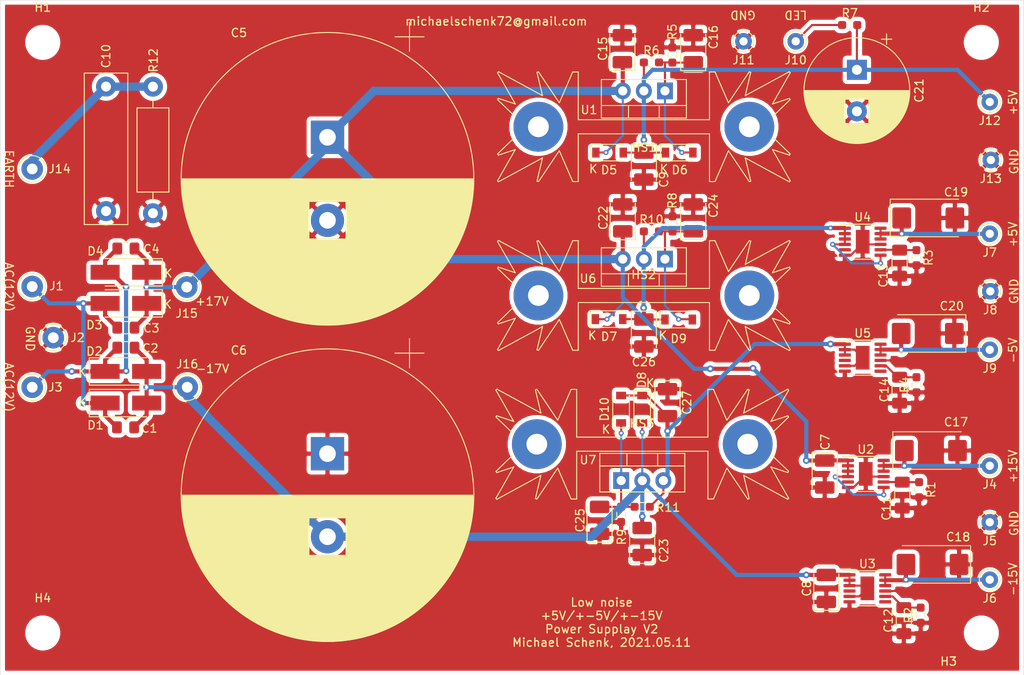
<source format=kicad_pcb>
(kicad_pcb (version 20211014) (generator pcbnew)
  (layers (0 "F.Cu" signal) (31 "B.Cu" signal) (34 "B.Paste" user) (35 "F.Paste" user) (36 "B.SilkS" user "B.Silkscreen") (37 "F.SilkS" user "F.Silkscreen") (38 "B.Mask" user) (39 "F.Mask" user) (44 "Edge.Cuts" user))
  (net 0 "")
  (net 1 "+17V")
  (net 2 "Net-(C1-Pad1)")
  (net 3 "Net-(C2-Pad2)")
  (net 4 "GND")
  (net 5 "-17V")
  (net 6 "Net-(C11-Pad1)")
  (net 7 "Net-(C12-Pad2)")
  (net 8 "Net-(C13-Pad1)")
  (net 9 "Net-(C14-Pad2)")
  (net 10 "Net-(C16-Pad1)")
  (net 11 "Net-(C17-Pad1)")
  (net 12 "Net-(C18-Pad2)")
  (net 13 "Net-(C19-Pad1)")
  (net 14 "Net-(C20-Pad2)")
  (net 15 "Net-(C21-Pad1)")
  (net 16 "Net-(C24-Pad1)")
  (net 17 "Net-(C25-Pad2)")
  (net 18 "Net-(C26-Pad1)")
  (net 19 "Net-(C27-Pad2)")
  (net 20 "Net-(J10-Pad1)")
  (net 21 "Net-(C10-Pad2)")
  (footprint "Capacitor_SMD:C_0805_2012Metric_Pad1.18x1.45mm_HandSolder" (layer "F.Cu") (at 109.0295 100.965)
    (fp_text reference "C1")
    (fp_text value "10nF")
  )
  (footprint "Capacitor_SMD:C_0805_2012Metric_Pad1.18x1.45mm_HandSolder" (layer "F.Cu") (at 109.0715 91.3765 180)
    (fp_text reference "C2")
    (fp_text value "10nF")
  )
  (footprint "Capacitor_SMD:C_0805_2012Metric_Pad1.18x1.45mm_HandSolder" (layer "F.Cu") (at 109.0715 88.9635)
    (fp_text reference "C3")
    (fp_text value "10nF")
  )
  (footprint "Capacitor_SMD:C_0805_2012Metric_Pad1.18x1.45mm_HandSolder" (layer "F.Cu") (at 109.0715 79.4385 180)
    (fp_text reference "C4")
    (fp_text value "10nF")
  )
  (footprint "Capacitor_THT:CP_Radial_D35.0mm_P10.00mm_SnapIn" (layer "F.Cu") (at 133.35 66.04 -90)
    (fp_text reference "C5")
    (fp_text value "22000uF/25VDC")
  )
  (footprint "Capacitor_THT:CP_Radial_D35.0mm_P10.00mm_SnapIn" (layer "F.Cu") (at 133.35 104.14 -90)
    (fp_text reference "C6")
    (fp_text value "22000uF/25VDC")
  )
  (footprint "Capacitor_Tantalum_SMD:CP_EIA-3528-21_Kemet-B_Pad1.50x2.35mm_HandSolder" (layer "F.Cu") (at 193.2305 106.5905 -90)
    (fp_text reference "C7")
    (fp_text value "10uF/25V")
  )
  (footprint "Capacitor_Tantalum_SMD:CP_EIA-3528-21_Kemet-B_Pad1.50x2.35mm_HandSolder" (layer "F.Cu") (at 193.421 120.37 90)
    (fp_text reference "C8")
    (fp_text value "10uF/25V")
  )
  (footprint "Capacitor_Tantalum_SMD:CP_EIA-3528-21_Kemet-B_Pad1.50x2.35mm_HandSolder" (layer "F.Cu") (at 168.8592 55.3726 90)
    (fp_text reference "C15")
    (fp_text value "10uF/25V")
  )
  (footprint "Capacitor_Tantalum_SMD:CP_EIA-3528-21_Kemet-B_Pad1.50x2.35mm_HandSolder" (layer "F.Cu") (at 177.3936 55.3726 90)
    (fp_text reference "C16")
    (fp_text value "10uF/25V")
  )
  (footprint "Capacitor_Tantalum_SMD:CP_EIA-7343-31_Kemet-D_Pad2.25x2.55mm_HandSolder" (layer "F.Cu") (at 206.019 103.759)
    (fp_text reference "C17")
    (fp_text value "47uF")
  )
  (footprint "Capacitor_Tantalum_SMD:CP_EIA-7343-31_Kemet-D_Pad2.25x2.55mm_HandSolder" (layer "F.Cu") (at 206.2095 117.475 180)
    (fp_text reference "C18")
    (fp_text value "47uF")
  )
  (footprint "Capacitor_Tantalum_SMD:CP_EIA-7343-31_Kemet-D_Pad2.25x2.55mm_HandSolder" (layer "F.Cu") (at 205.7015 75.7555)
    (fp_text reference "C19")
    (fp_text value "47uF")
  )
  (footprint "Capacitor_Tantalum_SMD:CP_EIA-7343-31_Kemet-D_Pad2.25x2.55mm_HandSolder" (layer "F.Cu") (at 205.638 89.662 180)
    (fp_text reference "C20")
    (fp_text value "47uF")
  )
  (footprint "Capacitor_THT:CP_Radial_D12.5mm_P5.00mm" (layer "F.Cu") (at 197.104 57.912 -90)
    (fp_text reference "C21")
    (fp_text value "1000uF/35V")
  )
  (footprint "Capacitor_Tantalum_SMD:CP_EIA-3528-21_Kemet-B_Pad1.50x2.35mm_HandSolder" (layer "F.Cu") (at 168.91 75.7434 90)
    (fp_text reference "C22")
    (fp_text value "10uF/25V")
  )
  (footprint "Capacitor_Tantalum_SMD:CP_EIA-3528-21_Kemet-B_Pad1.50x2.35mm_HandSolder" (layer "F.Cu") (at 177.3936 75.7434 90)
    (fp_text reference "C24")
    (fp_text value "10uF/25V")
  )
  (footprint "Capacitor_Tantalum_SMD:CP_EIA-3528-21_Kemet-B_Pad1.50x2.35mm_HandSolder" (layer "F.Cu") (at 171.45 89.6106 -90)
    (fp_text reference "C26")
    (fp_text value "10uF/25V")
  )
  (footprint "Diode_SMD:D_SMA_Handsoldering" (layer "F.Cu") (at 109.0695 98.044)
    (fp_text reference "D1")
    (fp_text value "BYG20D")
  )
  (footprint "Diode_SMD:D_SMA_Handsoldering" (layer "F.Cu") (at 109.0695 94.234)
    (fp_text reference "D2")
    (fp_text value "BYG20D")
  )
  (footprint "Diode_SMD:D_SMA_Handsoldering" (layer "F.Cu") (at 109.0695 86.0425 180)
    (fp_text reference "D3")
    (fp_text value "BYG20D")
  )
  (footprint "Diode_SMD:D_SMA_Handsoldering" (layer "F.Cu") (at 109.0695 82.296 180)
    (fp_text reference "D4")
    (fp_text value "BYG20D")
  )
  (footprint "Diode_SMD:D_SOD-123" (layer "F.Cu") (at 167.3235 67.8815)
    (fp_text reference "D5")
    (fp_text value "1N4148W")
  )
  (footprint "Diode_SMD:D_SOD-123" (layer "F.Cu") (at 175.7035 67.8815)
    (fp_text reference "D6")
    (fp_text value "1N4148W")
  )
  (footprint "Diode_SMD:D_SOD-123" (layer "F.Cu") (at 167.26 87.9348)
    (fp_text reference "D7")
    (fp_text value "1N4148W")
  )
  (footprint "Diode_SMD:D_SOD-123" (layer "F.Cu") (at 175.64 87.9856)
    (fp_text reference "D9")
    (fp_text value "1N4148W")
  )
  (footprint "MountingHole:MountingHole_3.2mm_M3" (layer "F.Cu") (at 99.06 54.61)
    (fp_text reference "H1")
    (fp_text value "MountingHole")
  )
  (footprint "MountingHole:MountingHole_3.2mm_M3" (layer "F.Cu") (at 212.09 54.61)
    (fp_text reference "H2")
    (fp_text value "MountingHole")
  )
  (footprint "MountingHole:MountingHole_3.2mm_M3" (layer "F.Cu") (at 212.09 125.73)
    (fp_text reference "H3")
    (fp_text value "MountingHole")
  )
  (footprint "MountingHole:MountingHole_3.2mm_M3" (layer "F.Cu") (at 99.06 125.73)
    (fp_text reference "H4")
    (fp_text value "MountingHole")
  )
  (footprint "Heatsink:Heatsink_Fischer_SK104-STC-STIC_35x13mm_2xDrill2.5mm" (layer "F.Cu") (at 171.45 64.77 180)
    (fp_text reference "HS1")
    (fp_text value "Heatsink")
  )
  (footprint "Heatsink:Heatsink_Fischer_SK104-STC-STIC_35x13mm_2xDrill2.5mm" (layer "F.Cu") (at 171.45 85.09)
    (fp_text reference "HS2")
    (fp_text value "Heatsink")
  )
  (footprint "Connector_Pin:Pin_D1.3mm_L11.0mm" (layer "F.Cu") (at 97.79 84.0105)
    (fp_text reference "J1")
    (fp_text value "AC")
  )
  (footprint "Connector_Pin:Pin_D1.3mm_L11.0mm" (layer "F.Cu") (at 97.79 96.139)
    (fp_text reference "J3")
    (fp_text value "AC")
  )
  (footprint "Connector_Pin:Pin_D1.0mm_L10.0mm" (layer "F.Cu") (at 213.106 105.6005)
    (fp_text reference "J4")
    (fp_text value "+15V")
  )
  (footprint "Connector_Pin:Pin_D1.0mm_L10.0mm" (layer "F.Cu") (at 213.106 112.395)
    (fp_text reference "J5")
    (fp_text value "GND")
  )
  (footprint "Connector_Pin:Pin_D1.0mm_L10.0mm" (layer "F.Cu") (at 213.106 119.3165)
    (fp_text reference "J6")
    (fp_text value "-15V")
  )
  (footprint "Connector_Pin:Pin_D1.0mm_L10.0mm" (layer "F.Cu") (at 213.106 77.6605)
    (fp_text reference "J7")
    (fp_text value "+5V")
  )
  (footprint "Connector_Pin:Pin_D1.0mm_L10.0mm" (layer "F.Cu") (at 213.1695 84.582)
    (fp_text reference "J8")
    (fp_text value "GND")
  )
  (footprint "Connector_Pin:Pin_D1.0mm_L10.0mm" (layer "F.Cu") (at 213.106 91.6305)
    (fp_text reference "J9")
    (fp_text value "-5V")
  )
  (footprint "Connector_Pin:Pin_D1.0mm_L10.0mm" (layer "F.Cu") (at 189.738 54.483)
    (fp_text reference "J10")
    (fp_text value "LED")
  )
  (footprint "Connector_Pin:Pin_D1.0mm_L10.0mm" (layer "F.Cu") (at 183.4515 54.483)
    (fp_text reference "J11")
    (fp_text value "GND")
  )
  (footprint "Connector_Pin:Pin_D1.0mm_L10.0mm" (layer "F.Cu") (at 213.106 61.7855)
    (fp_text reference "J12")
    (fp_text value "+5V")
  )
  (footprint "Connector_Pin:Pin_D1.0mm_L10.0mm" (layer "F.Cu") (at 213.233 68.7705)
    (fp_text reference "J13")
    (fp_text value "GND")
  )
  (footprint "Resistor_SMD:R_0603_1608Metric_Pad0.98x0.95mm_HandSolder" (layer "F.Cu") (at 204.597 108.4815 -90)
    (fp_text reference "R1")
    (fp_text value "150k")
  )
  (footprint "Resistor_SMD:R_0603_1608Metric_Pad0.98x0.95mm_HandSolder" (layer "F.Cu") (at 204.7875 123.5945 90)
    (fp_text reference "R2")
    (fp_text value "150k")
  )
  (footprint "Resistor_SMD:R_0603_1608Metric_Pad0.98x0.95mm_HandSolder" (layer "F.Cu") (at 204.2795 80.5415 -90)
    (fp_text reference "R3")
    (fp_text value "49.9k")
  )
  (footprint "Resistor_SMD:R_0603_1608Metric_Pad0.98x0.95mm_HandSolder" (layer "F.Cu") (at 204.2795 95.845 90)
    (fp_text reference "R4")
    (fp_text value "49.9k")
  )
  (footprint "Resistor_SMD:R_0603_1608Metric_Pad0.98x0.95mm_HandSolder" (layer "F.Cu") (at 174.879 56.134 90)
    (fp_text reference "R5")
    (fp_text value "750R")
  )
  (footprint "Resistor_SMD:R_0603_1608Metric_Pad0.98x0.95mm_HandSolder" (layer "F.Cu") (at 172.3625 57.023)
    (fp_text reference "R6")
    (fp_text value "249R")
  )
  (footprint "Resistor_SMD:R_0603_1608Metric_Pad0.98x0.95mm_HandSolder" (layer "F.Cu") (at 196.2385 52.5145)
    (fp_text reference "R7")
    (fp_text value "240R")
  )
  (footprint "Resistor_SMD:R_0603_1608Metric_Pad0.98x0.95mm_HandSolder" (layer "F.Cu") (at 174.9044 76.47 90)
    (fp_text reference "R8")
    (fp_text value "910R")
  )
  (footprint "Resistor_SMD:R_0603_1608Metric_Pad0.98x0.95mm_HandSolder" (layer "F.Cu") (at 172.3625 77.3684)
    (fp_text reference "R10")
    (fp_text value "240R")
  )
  (footprint "Package_TO_SOT_THT:TO-220-3_Vertical" (layer "F.Cu") (at 173.99 60.452 180)
    (fp_text reference "U1")
    (fp_text value "LM317_TO-220")
  )
  (footprint "Package_SO:MSOP-12-1EP_3x4mm_P0.65mm_EP1.65x2.85mm" (layer "F.Cu") (at 198.1745 106.5755)
    (fp_text reference "U2")
    (fp_text value "LT3045xMSE")
  )
  (footprint "Package_SO:MSOP-12-1EP_3x4mm_P0.65mm_EP1.65x2.85mm" (layer "F.Cu") (at 198.365 120.355)
    (fp_text reference "U3")
    (fp_text value "LT3094xMSE")
  )
  (footprint "Package_SO:MSOP-12-1EP_3x4mm_P0.65mm_EP1.65x2.85mm" (layer "F.Cu") (at 197.8025 78.613)
    (fp_text reference "U4")
    (fp_text value "LT3045xMSE")
  )
  (footprint "Package_SO:MSOP-12-1EP_3x4mm_P0.65mm_EP1.65x2.85mm" (layer "F.Cu") (at 197.8025 92.583)
    (fp_text reference "U5")
    (fp_text value "LT3094xMSE")
  )
  (footprint "Package_TO_SOT_THT:TO-220-3_Vertical" (layer "F.Cu") (at 173.99 80.7085 180)
    (fp_text reference "U6")
    (fp_text value "LM317_TO-220")
  )
  (footprint "Capacitor_Tantalum_SMD:CP_EIA-3528-21_Kemet-B_Pad1.50x2.35mm_HandSolder" (layer "F.Cu") (at 171.45 69.5065 -90)
    (fp_text reference "C9")
    (fp_text value "10uF/25V")
  )
  (footprint "Capacitor_THT:C_Rect_L18.0mm_W5.0mm_P15.00mm_FKS3_FKP3" (layer "F.Cu") (at 106.68 74.93 90)
    (fp_text reference "C10")
    (fp_text value "2.2nF/2kV")
  )
  (footprint "Connector_Pin:Pin_D1.3mm_L11.0mm" (layer "F.Cu") (at 97.79 69.85)
    (fp_text reference "J14")
    (fp_text value "EARTH")
  )
  (footprint "Resistor_THT:R_Axial_DIN0411_L9.9mm_D3.6mm_P15.24mm_Horizontal" (layer "F.Cu") (at 112.3315 75.184 90)
    (fp_text reference "R12")
    (fp_text value "100R/2W")
  )
  (footprint "Capacitor_SMD:C_1206_3216Metric_Pad1.33x1.80mm_HandSolder" (layer "F.Cu") (at 202.565 109.1315 -90)
    (fp_text reference "C11")
    (fp_text value "4.7uF/25V")
  )
  (footprint "Capacitor_SMD:C_1206_3216Metric_Pad1.33x1.80mm_HandSolder" (layer "F.Cu") (at 202.7555 124.2445 90)
    (fp_text reference "C12")
    (fp_text value "4.7uF/25V")
  )
  (footprint "Capacitor_SMD:C_1206_3216Metric_Pad1.33x1.80mm_HandSolder" (layer "F.Cu") (at 202.2475 81.1915 -90)
    (fp_text reference "C13")
    (fp_text value "4.7uF/25V")
  )
  (footprint "Capacitor_SMD:C_1206_3216Metric_Pad1.33x1.80mm_HandSolder" (layer "F.Cu") (at 202.2475 96.495 90)
    (fp_text reference "C14")
    (fp_text value "4.7uF/25V")
  )
  (footprint "Diode_SMD:D_SOD-123" (layer "F.Cu") (at 168.7068 98.7816 90)
    (fp_text reference "D10")
    (fp_text value "1N4148W")
  )
  (footprint "Resistor_SMD:R_0603_1608Metric_Pad0.98x0.95mm_HandSolder" (layer "F.Cu") (at 171.2487 110.5408)
    (fp_text reference "R11")
    (fp_text value "240R")
  )
  (footprint "Resistor_SMD:R_0603_1608Metric_Pad0.98x0.95mm_HandSolder" (layer "F.Cu") (at 168.7068 111.4533 90)
    (fp_text reference "R9")
    (fp_text value "910R")
  )
  (footprint "Diode_SMD:D_SOD-123" (layer "F.Cu") (at 171.2468 98.7816 -90)
    (fp_text reference "D8")
    (fp_text value "1N4148W")
  )
  (footprint "Package_TO_SOT_THT:TO-220-3_Vertical" (layer "F.Cu") (at 168.7195 107.3785)
    (fp_text reference "U7")
    (fp_text value "LM337_TO220")
  )
  (footprint "Heatsink:Heatsink_Fischer_SK104-STC-STIC_35x13mm_2xDrill2.5mm" (layer "F.Cu") (at 171.2595 102.997)
    (fp_text reference "HS3")
    (fp_text value "Heatsink")
  )
  (footprint "Capacitor_Tantalum_SMD:CP_EIA-3528-21_Kemet-B_Pad1.50x2.35mm_HandSolder" (layer "F.Cu") (at 171.2468 114.7185 90)
    (fp_text reference "C23")
    (fp_text value "10uF/25V")
  )
  (footprint "Capacitor_Tantalum_SMD:CP_EIA-3528-21_Kemet-B_Pad1.50x2.35mm_HandSolder" (layer "F.Cu") (at 166.116 112.1658 90)
    (fp_text reference "C25")
    (fp_text value "10uF/25V")
  )
  (footprint "Capacitor_Tantalum_SMD:CP_EIA-3528-21_Kemet-B_Pad1.50x2.35mm_HandSolder" (layer "F.Cu") (at 174.2948 97.9938 -90)
    (fp_text reference "C27")
    (fp_text value "10uF/25V")
  )
  (footprint "Connector_Pin:Pin_D1.3mm_L11.0mm" (layer "F.Cu") (at 116.3955 84.074)
    (fp_text reference "J15")
    (fp_text value "+17V")
  )
  (footprint "Connector_Pin:Pin_D1.3mm_L11.0mm" (layer "F.Cu") (at 116.459 96.139)
    (fp_text reference "J16")
    (fp_text value "-17V")
  )
  (footprint "Connector_Pin:Pin_D1.3mm_L11.0mm" (layer "F.Cu") (at 100.33 90.17)
    (fp_text reference "J2")
    (fp_text value "GND")
  )
  (gr_line (start 93.98 130.81) (end 93.98 49.53) (layer "Edge.Cuts") (width 0.05))
  (gr_line (start 217.17 49.53) (end 217.17 130.81) (layer "Edge.Cuts") (width 0.05))
  (gr_line (start 93.98 49.53) (end 217.17 49.53) (layer "Edge.Cuts") (width 0.05))
  (gr_line (start 217.17 130.81) (end 93.98 130.81) (layer "Edge.Cuts") (width 0.05))
  (gr_text "+17V" (at 119.4435 85.7885) (layer "F.SilkS") (effects (font (size 1 1))))
  (gr_text "-17V" (at 119.507 93.9165) (layer "F.SilkS") (effects (font (size 1 1))))
  (gr_text "K" (at 114.1095 86.1695) (layer "F.SilkS") (effects (font (size 1 1))))
  (gr_text "K" (at 103.8225 94.2975) (layer "F.SilkS") (effects (font (size 1 1))))
  (gr_text "K" (at 103.8225 97.9805) (layer "F.SilkS") (effects (font (size 1 1))))
  (gr_text "K" (at 166.878 101.219) (layer "F.SilkS") (effects (font (size 1 1))))
  (gr_text "AC(12V)" (at 94.996 84.074 270) (layer "F.SilkS") (effects (font (size 1 1))))
  (gr_text "AC(12V)" (at 94.996 96.139 270) (layer "F.SilkS") (effects (font (size 1 1))))
  (gr_text "GND" (at 97.536 90.297 -90) (layer "F.SilkS") (effects (font (size 1 1))))
  (gr_text "EARTH" (at 94.996 69.85 -90) (layer "F.SilkS") (effects (font (size 1 1))))
  (gr_text "GND" (at 183.388 51.308 180) (layer "F.SilkS") (effects (font (size 1 1))))
  (gr_text "LED" (at 189.738 51.308 180) (layer "F.SilkS") (effects (font (size 1 1))))
  (gr_text "+5V" (at 215.9 77.724 90) (layer "F.SilkS") (effects (font (size 1 1))))
  (gr_text "-5V" (at 215.9 91.694 90) (layer "F.SilkS") (effects (font (size 1 1))))
  (gr_text "GND" (at 216.027 68.961 90) (layer "F.SilkS") (effects (font (size 1 1))))
  (gr_text "GND" (at 216.027 84.582 90) (layer "F.SilkS") (effects (font (size 1 1))))
  (gr_text "GND" (at 216.027 112.522 90) (layer "F.SilkS") (effects (font (size 1 1))))
  (gr_text "-15V" (at 215.9 119.253 90) (layer "F.SilkS") (effects (font (size 1 1))))
  (gr_text "+15V" (at 215.9 105.664 90) (layer "F.SilkS") (effects (font (size 1 1))))
  (gr_text "K" (at 172.212 95.631) (layer "F.SilkS") (effects (font (size 1 1))))
  (gr_text "K" (at 165.227 89.916) (layer "F.SilkS") (effects (font (size 1 1))))
  (gr_text "K" (at 173.736 89.916) (layer "F.SilkS") (effects (font (size 1 1))))
  (gr_text "K" (at 165.354 69.85) (layer "F.SilkS") (effects (font (size 1 1))))
  (gr_text "K" (at 173.863 69.85) (layer "F.SilkS") (effects (font (size 1 1))))
  (gr_text "michaelschenk72@gmail.com" (at 153.67 52.07) (layer "F.SilkS") (effects (font (size 1 1))))
  (gr_text "K" (at 114.173 82.423) (layer "F.SilkS") (effects (font (size 1 1))))
  (gr_text "Low noise\n+5V/+-5V/+-15V\nPower Supplay V2\nMichael Schenk, 2021.05.11" (at 166.37 124.46) (layer "F.SilkS") (effects (font (size 1 1))))
  (gr_text "+5V" (at 215.9 61.849 90) (layer "F.SilkS") (effects (font (size 1 1))))
  (segment (start 111.5695 84.074) (end 111.5695 82.296) (width 0.5) (layer "F.Cu") (net 1))
  (segment (start 196.0245 106.9005) (end 196.0245 106.2505) (width 0.25) (layer "F.Cu") (net 1))
  (segment (start 168.91 60.452) (end 168.91 57.0484) (width 0.5) (layer "F.Cu") (net 1))
  (segment (start 184.531 93.9165) (end 184.5945 93.853) (width 0.5) (layer "F.Cu") (net 1))
  (segment (start 196.0245 106.2505) (end 196.0245 105.6005) (width 0.25) (layer "F.Cu") (net 1))
  (segment (start 194.534 106.9005) (end 194.5005 106.934) (width 0.25) (layer "F.Cu") (net 1))
  (segment (start 193.2305 104.9655) (end 191.008 104.9655) (width 0.5) (layer "F.Cu") (net 1))
  (segment (start 196.0245 106.9005) (end 194.534 106.9005) (width 0.25) (layer "F.Cu") (net 1))
  (segment (start 165.6862 67.8688) (end 165.6735 67.8815) (width 0.25) (layer "F.Cu") (net 1))
  (segment (start 168.91 57.0484) (end 168.8592 56.9976) (width 0.5) (layer "F.Cu") (net 1))
  (segment (start 165.6227 87.9475) (end 165.61 87.9348) (width 0.25) (layer "F.Cu") (net 1))
  (segment (start 196.0245 105.6005) (end 196.0245 104.9505) (width 0.25) (layer "F.Cu") (net 1))
  (segment (start 111.5695 86.0425) (end 111.5695 87.503) (width 0.5) (layer "F.Cu") (net 1))
  (segment (start 111.5695 82.296) (end 111.5695 80.899) (width 0.5) (layer "F.Cu") (net 1))
  (segment (start 111.5695 80.899) (end 110.109 79.4385) (width 0.5) (layer "F.Cu") (net 1))
  (segment (start 200.3245 109.075) (end 200.3425 109.093) (width 0.25) (layer "F.Cu") (net 1))
  (segment (start 193.2455 104.9505) (end 193.2305 104.9655) (width 0.5) (layer "F.Cu") (net 1))
  (segment (start 166.878 67.8688) (end 165.6862 67.8688) (width 0.25) (layer "F.Cu") (net 1))
  (segment (start 200.3245 108.2005) (end 200.3245 109.075) (width 0.25) (layer "F.Cu") (net 1))
  (segment (start 196.0245 104.9505) (end 193.2455 104.9505) (width 0.5) (layer "F.Cu") (net 1))
  (segment (start 167.005 87.9475) (end 165.6227 87.9475) (width 0.25) (layer "F.Cu") (net 1))
  (segment (start 179.451 93.9165) (end 184.531 93.9165) (width 0.5) (layer "F.Cu") (net 1))
  (segment (start 111.5695 87.503) (end 110.109 88.9635) (width 0.5) (layer "F.Cu") (net 1))
  (segment (start 165.6588 67.8668) (end 165.6735 67.8815) (width 0.25) (layer "F.Cu") (net 1))
  (segment (start 111.5695 86.0425) (end 111.5695 84.074) (width 0.5) (layer "F.Cu") (net 1))
  (segment (start 168.91 80.7085) (end 168.91 77.3684) (width 0.5) (layer "F.Cu") (net 1))
  (via (at 166.878 67.8688) (size 0.6) (drill 0.3) (layers "F.Cu" "B.Cu") (net 1))
  (via (at 179.451 93.9165) (size 0.8) (drill 0.4) (layers "F.Cu" "B.Cu") (net 1))
  (via (at 111.5695 84.074) (size 0.8) (drill 0.4) (layers "F.Cu" "B.Cu") (net 1))
  (via (at 184.5945 93.853) (size 0.8) (drill 0.4) (layers "F.Cu" "B.Cu") (net 1))
  (via (at 200.3425 109.093) (size 0.6) (drill 0.3) (layers "F.Cu" "B.Cu") (net 1))
  (via (at 167.005 87.9475) (size 0.6) (drill 0.3) (layers "F.Cu" "B.Cu") (net 1))
  (via (at 194.5005 106.934) (size 0.6) (drill 0.3) (layers "F.Cu" "B.Cu") (net 1))
  (via (at 191.008 104.9655) (size 0.8) (drill 0.4) (layers "F.Cu" "B.Cu") (net 1))
  (segment (start 168.91 80.7085) (end 148.0185 80.7085) (width 1) (layer "B.Cu") (net 1))
  (segment (start 200.3425 109.093) (end 196.6595 109.093) (width 0.25) (layer "B.Cu") (net 1))
  (segment (start 177.498916 93.9165) (end 179.451 93.9165) (width 0.5) (layer "B.Cu") (net 1))
  (segment (start 168.91 80.7085) (end 168.91 85.327584) (width 0.5) (layer "B.Cu") (net 1))
  (segment (start 168.91 60.452) (end 138.938 60.452) (width 1) (layer "B.Cu") (net 1))
  (segment (start 196.6595 109.093) (end 194.5005 106.934) (width 0.25) (layer "B.Cu") (net 1))
  (segment (start 168.91 60.452) (end 168.91 65.8368) (width 0.25) (layer "B.Cu") (net 1))
  (segment (start 191.008 100.2665) (end 191.008 104.9655) (width 0.5) (layer "B.Cu") (net 1))
  (segment (start 184.5945 93.853) (end 191.008 100.2665) (width 0.5) (layer "B.Cu") (net 1))
  (segment (start 138.938 60.452) (end 133.35 66.04) (width 1) (layer "B.Cu") (net 1))
  (segment (start 168.91 85.327584) (end 177.498916 93.9165) (width 0.5) (layer "B.Cu") (net 1))
  (segment (start 148.0185 80.7085) (end 133.35 66.04) (width 1) (layer "B.Cu") (net 1))
  (segment (start 168.91 65.8368) (end 166.878 67.8688) (width 0.25) (layer "B.Cu") (net 1))
  (segment (start 133.35 66.04) (end 133.35 67.1195) (width 1) (layer "B.Cu") (net 1))
  (segment (start 168.91 80.7085) (end 168.91 86.0425) (width 0.25) (layer "B.Cu") (net 1))
  (segment (start 116.3955 84.074) (end 111.5695 84.074) (width 0.5) (layer "B.Cu") (net 1))
  (segment (start 133.35 67.1195) (end 116.3955 84.074) (width 1) (layer "B.Cu") (net 1))
  (segment (start 168.91 86.0425) (end 167.005 87.9475) (width 0.25) (layer "B.Cu") (net 1))
  (segment (start 106.5695 98.044) (end 103.9495 98.044) (width 0.5) (layer "F.Cu") (net 2))
  (segment (start 106.5695 86.0425) (end 106.5695 87.499) (width 0.5) (layer "F.Cu") (net 2))
  (segment (start 106.5695 98.044) (end 106.5695 99.5425) (width 0.5) (layer "F.Cu") (net 2))
  (segment (start 106.5695 86.0425) (end 103.9495 86.0425) (width 0.5) (layer "F.Cu") (net 2))
  (segment (start 106.5695 87.499) (end 108.034 88.9635) (width 0.5) (layer "F.Cu") (net 2))
  (segment (start 106.5695 99.5425) (end 107.992 100.965) (width 0.5) (layer "F.Cu") (net 2))
  (via (at 103.9495 98.044) (size 0.8) (drill 0.4) (layers "F.Cu" "B.Cu") (net 2))
  (via (at 103.9495 86.0425) (size 0.8) (drill 0.4) (layers "F.Cu" "B.Cu") (net 2))
  (segment (start 103.9495 86.0425) (end 99.822 86.0425) (width 0.5) (layer "B.Cu") (net 2))
  (segment (start 103.9495 98.044) (end 103.9495 86.0425) (width 0.5) (layer "B.Cu") (net 2))
  (segment (start 99.822 86.0425) (end 97.79 84.0105) (width 0.5) (layer "B.Cu") (net 2))
  (segment (start 106.5695 80.903) (end 108.034 79.4385) (width 0.5) (layer "F.Cu") (net 3))
  (segment (start 106.5695 82.296) (end 107.315 82.296) (width 0.5) (layer "F.Cu") (net 3))
  (segment (start 106.5695 94.234) (end 102.5525 94.234) (width 0.5) (layer "F.Cu") (net 3))
  (segment (start 106.5695 92.841) (end 108.034 91.3765) (width 0.5) (layer "F.Cu") (net 3))
  (segment (start 106.5695 94.234) (end 106.5695 92.841) (width 0.5) (layer "F.Cu") (net 3))
  (segment (start 107.315 82.296) (end 109.093 84.074) (width 0.5) (layer "F.Cu") (net 3))
  (segment (start 106.5695 94.234) (end 109.0295 94.234) (width 0.5) (layer "F.Cu") (net 3))
  (segment (start 106.5695 82.296) (end 106.5695 80.903) (width 0.5) (layer "F.Cu") (net 3))
  (segment (start 109.0295 94.234) (end 109.093 94.1705) (width 0.5) (layer "F.Cu") (net 3))
  (via (at 109.093 84.074) (size 0.8) (drill 0.4) (layers "F.Cu" "B.Cu") (net 3))
  (via (at 109.093 94.1705) (size 0.8) (drill 0.4) (layers "F.Cu" "B.Cu") (net 3))
  (via (at 102.5525 94.234) (size 0.8) (drill 0.4) (layers "F.Cu" "B.Cu") (net 3))
  (segment (start 99.695 94.234) (end 97.79 96.139) (width 0.5) (layer "B.Cu") (net 3))
  (segment (start 109.093 94.1705) (end 109.093 84.074) (width 0.5) (layer "B.Cu") (net 3))
  (segment (start 97.917 96.012) (end 97.79 96.139) (width 1) (layer "B.Cu") (net 3))
  (segment (start 102.5525 94.234) (end 99.695 94.234) (width 0.5) (layer "B.Cu") (net 3))
  (segment (start 200.515 120.68) (end 203.9285 120.68) (width 0.25) (layer "F.Cu") (net 4))
  (segment (start 196.700558 108.2005) (end 198.1745 106.726558) (width 0.25) (layer "F.Cu") (net 4))
  (segment (start 197.8025 78.613) (end 197.8025 78.813) (width 0.25) (layer "F.Cu") (net 4))
  (segment (start 196.3775 80.238) (end 195.6525 80.238) (width 0.25) (layer "F.Cu") (net 4))
  (segment (start 199.9525 78.938) (end 198.1275 78.938) (width 0.25) (layer "F.Cu") (net 4))
  (segment (start 195.6525 94.208) (end 195.6525 95.4315) (width 0.25) (layer "F.Cu") (net 4))
  (segment (start 198.1745 106.726558) (end 198.1745 106.5755) (width 0.25) (layer "F.Cu") (net 4))
  (segment (start 196.0245 108.2005) (end 196.700558 108.2005) (width 0.25) (layer "F.Cu") (net 4))
  (segment (start 199.9525 92.908) (end 202.6845 92.908) (width 0.25) (layer "F.Cu") (net 4))
  (segment (start 200.3245 106.9005) (end 198.4995 106.9005) (width 0.25) (layer "F.Cu") (net 4))
  (segment (start 197.8025 78.813) (end 196.3775 80.238) (width 0.25) (layer "F.Cu") (net 4))
  (segment (start 196.215 121.98) (end 196.215 123.7615) (width 0.25) (layer "F.Cu") (net 4))
  (segment (start 198.4995 106.9005) (end 198.1745 106.5755) (width 0.25) (layer "F.Cu") (net 4))
  (segment (start 198.1275 78.938) (end 197.8025 78.613) (width 0.25) (layer "F.Cu") (net 4))
  (segment (start 111.5695 96.139) (end 111.5695 94.234) (width 0.5) (layer "F.Cu") (net 5))
  (segment (start 196.215 121.33) (end 197.39 121.33) (width 0.25) (layer "F.Cu") (net 5))
  (segment (start 196.215 118.73) (end 193.436 118.73) (width 0.5) (layer "F.Cu") (net 5))
  (segment (start 193.421 118.745) (end 191.008 118.745) (width 0.5) (layer "F.Cu") (net 5))
  (segment (start 111.5695 92.837) (end 110.109 91.3765) (width 0.5) (layer "F.Cu") (net 5))
  (segment (start 171.2468 113.0935) (end 171.2468 111.7092) (width 0.5) (layer "F.Cu") (net 5))
  (segment (start 111.5695 94.234) (end 111.5695 92.837) (width 0.5) (layer "F.Cu") (net 5))
  (segment (start 171.2468 111.7092) (end 171.2595 111.6965) (width 0.5) (layer "F.Cu") (net 5))
  (segment (start 196.215 120.03) (end 196.215 119.38) (width 0.25) (layer "F.Cu") (net 5))
  (segment (start 196.215 121.33) (end 196.678 121.33) (width 0.25) (layer "F.Cu") (net 5))
  (segment (start 197.39 121.33) (end 198.365 120.355) (width 0.25) (layer "F.Cu") (net 5))
  (segment (start 111.5695 99.4625) (end 110.067 100.965) (width 0.5) (layer "F.Cu") (net 5))
  (segment (start 171.2468 101.5492) (end 171.2468 100.4316) (width 0.25) (layer "F.Cu") (net 5))
  (segment (start 111.5695 98.044) (end 111.5695 99.4625) (width 0.5) (layer "F.Cu") (net 5))
  (segment (start 196.215 119.38) (end 196.215 118.73) (width 0.25) (layer "F.Cu") (net 5))
  (segment (start 196.215 120.03) (end 198.04 120.03) (width 0.25) (layer "F.Cu") (net 5))
  (segment (start 111.5695 98.044) (end 111.5695 96.139) (width 0.5) (layer "F.Cu") (net 5))
  (segment (start 193.436 118.73) (end 193.421 118.745) (width 0.5) (layer "F.Cu") (net 5))
  (segment (start 198.04 120.03) (end 198.365 120.355) (width 0.25) (layer "F.Cu") (net 5))
  (via (at 171.2468 101.5492) (size 0.6) (drill 0.3) (layers "F.Cu" "B.Cu") (net 5))
  (via (at 111.5695 96.139) (size 0.8) (drill 0.4) (layers "F.Cu" "B.Cu") (net 5))
  (via (at 191.008 118.745) (size 0.8) (drill 0.4) (layers "F.Cu" "B.Cu") (net 5))
  (via (at 171.2595 111.6965) (size 0.8) (drill 0.4) (layers "F.Cu" "B.Cu") (net 5))
  (segment (start 171.2595 101.5619) (end 171.2468 101.5492) (width 0.25) (layer "B.Cu") (net 5))
  (segment (start 171.2595 107.3785) (end 171.2595 101.5619) (width 0.25) (layer "B.Cu") (net 5))
  (segment (start 133.35 114.14) (end 165.170502 114.14) (width 1) (layer "B.Cu") (net 5))
  (segment (start 116.459 97.249) (end 116.459 96.139) (width 1) (layer "B.Cu") (net 5))
  (segment (start 171.2595 111.6965) (end 171.2595 107.3785) (width 0.5) (layer "B.Cu") (net 5))
  (segment (start 116.459 96.139) (end 111.5695 96.139) (width 0.5) (layer "B.Cu") (net 5))
  (segment (start 165.170502 114.14) (end 171.2595 108.051002) (width 1) (layer "B.Cu") (net 5))
  (segment (start 191.008 118.745) (end 182.626 118.745) (width 0.5) (layer "B.Cu") (net 5))
  (segment (start 171.2595 108.051002) (end 171.2595 107.3785) (width 1) (layer "B.Cu") (net 5))
  (segment (start 133.35 114.14) (end 116.459 97.249) (width 1) (layer "B.Cu") (net 5))
  (segment (start 182.626 118.745) (end 171.2595 107.3785) (width 0.5) (layer "B.Cu") (net 5))
  (segment (start 202.5465 107.5505) (end 202.565 107.569) (width 0.25) (layer "F.Cu") (net 6))
  (segment (start 200.3245 107.5505) (end 202.5465 107.5505) (width 0.25) (layer "F.Cu") (net 6))
  (segment (start 204.597 107.569) (end 202.565 107.569) (width 0.25) (layer "F.Cu") (net 6))
  (segment (start 201.4035 121.33) (end 202.7555 122.682) (width 0.25) (layer "F.Cu") (net 7))
  (segment (start 200.515 121.33) (end 201.4035 121.33) (width 0.25) (layer "F.Cu") (net 7))
  (segment (start 204.7875 122.682) (end 202.7555 122.682) (width 0.25) (layer "F.Cu") (net 7))
  (segment (start 202.2065 79.588) (end 202.2475 79.629) (width 0.25) (layer "F.Cu") (net 8))
  (segment (start 199.9525 79.588) (end 202.2065 79.588) (width 0.25) (layer "F.Cu") (net 8))
  (segment (start 204.2795 79.629) (end 202.2475 79.629) (width 0.25) (layer "F.Cu") (net 8))
  (segment (start 199.9525 93.558) (end 200.628558 93.558) (width 0.25) (layer "F.Cu") (net 9))
  (segment (start 202.003058 94.9325) (end 202.2475 94.9325) (width 0.25) (layer "F.Cu") (net 9))
  (segment (start 200.365 93.558) (end 200.48999 93.68299) (width 0.25) (layer "F.Cu") (net 9))
  (segment (start 199.9525 93.558) (end 200.365 93.558) (width 0.25) (layer "F.Cu") (net 9))
  (segment (start 204.2795 94.9325) (end 202.2475 94.9325) (width 0.25) (layer "F.Cu") (net 9))
  (segment (start 200.628558 93.558) (end 202.003058 94.9325) (width 0.25) (layer "F.Cu") (net 9))
  (segment (start 173.99 57.0484) (end 174.0154 57.023) (width 0.25) (layer "F.Cu") (net 10))
  (segment (start 173.99 60.452) (end 173.99 57.0484) (width 0.25) (layer "F.Cu") (net 10))
  (segment (start 174.0154 57.023) (end 174.8555 57.023) (width 0.25) (layer "F.Cu") (net 10))
  (segment (start 173.275 57.023) (end 174.0154 57.023) (width 0.25) (layer "F.Cu") (net 10))
  (segment (start 176.022 67.8688) (end 177.3408 67.8688) (width 0.25) (layer "F.Cu") (net 10))
  (segment (start 177.3447 57.0465) (end 177.3936 56.9976) (width 0.25) (layer "F.Cu") (net 10))
  (segment (start 177.3955 57.0465) (end 177.419 57.023) (width 0.25) (layer "F.Cu") (net 10))
  (segment (start 177.3408 67.8688) (end 177.3535 67.8815) (width 0.25) (layer "F.Cu") (net 10))
  (segment (start 174.8555 57.023) (end 174.879 57.0465) (width 0.25) (layer "F.Cu") (net 10))
  (segment (start 174.879 57.0465) (end 177.3447 57.0465) (width 0.25) (layer "F.Cu") (net 10))
  (via (at 176.022 67.8688) (size 0.6) (drill 0.3) (layers "F.Cu" "B.Cu") (net 10))
  (segment (start 173.99 60.452) (end 173.99 65.8368) (width 0.25) (layer "B.Cu") (net 10))
  (segment (start 173.99 65.8368) (end 176.022 67.8688) (width 0.25) (layer "B.Cu") (net 10))
  (segment (start 200.3245 104.9505) (end 200.3245 105.6005) (width 0.25) (layer "F.Cu") (net 11))
  (segment (start 202.819 105.6005) (end 202.819 103.759) (width 0.5) (layer "F.Cu") (net 11))
  (segment (start 200.3245 105.6005) (end 200.3245 106.2505) (width 0.25) (layer "F.Cu") (net 11))
  (segment (start 200.3245 105.6005) (end 202.819 105.6005) (width 0.5) (layer "F.Cu") (net 11))
  (via (at 202.819 105.6005) (size 0.8) (drill 0.4) (layers "F.Cu" "B.Cu") (net 11))
  (segment (start 202.819 105.6005) (end 213.106 105.6005) (width 0.5) (layer "B.Cu") (net 11))
  (segment (start 200.515 119.38) (end 202.946 119.38) (width 0.5) (layer "F.Cu") (net 12))
  (segment (start 203.0095 119.3165) (end 203.0095 117.475) (width 0.5) (layer "F.Cu") (net 12))
  (segment (start 200.515 120.03) (end 200.515 119.38) (width 0.25) (layer "F.Cu") (net 12))
  (segment (start 202.946 119.38) (end 203.0095 119.3165) (width 0.5) (layer "F.Cu") (net 12))
  (segment (start 200.515 119.38) (end 200.515 118.73) (width 0.25) (layer "F.Cu") (net 12))
  (via (at 203.0095 119.3165) (size 0.8) (drill 0.4) (layers "F.Cu" "B.Cu") (net 12))
  (segment (start 213.0425 119.3165) (end 213.106 119.38) (width 0.5) (layer "B.Cu") (net 12))
  (segment (start 203.0095 119.3165) (end 213.106 119.3165) (width 0.5) (layer "B.Cu") (net 12))
  (segment (start 199.9525 77.638) (end 199.9525 76.988) (width 0.25) (layer "F.Cu") (net 13))
  (segment (start 202.5015 77.6605) (end 202.5015 75.7555) (width 0.5) (layer "F.Cu") (net 13))
  (segment (start 199.9525 78.288) (end 199.9525 77.638) (width 0.25) (layer "F.Cu") (net 13))
  (segment (start 199.9525 77.638) (end 202.479 77.638) (width 0.5) (layer "F.Cu") (net 13))
  (segment (start 202.479 77.638) (end 202.5015 77.6605) (width 0.5) (layer "F.Cu") (net 13))
  (via (at 202.5015 77.6605) (size 0.8) (drill 0.4) (layers "F.Cu" "B.Cu") (net 13))
  (segment (start 202.5015 77.6605) (end 213.106 77.6605) (width 0.5) (layer "B.Cu") (net 13))
  (segment (start 199.9525 92.258) (end 199.9525 91.608) (width 0.25) (layer "F.Cu") (net 14))
  (segment (start 202.4155 91.608) (end 202.438 91.6305) (width 0.5) (layer "F.Cu") (net 14))
  (segment (start 202.438 91.6305) (end 202.438 89.662) (width 0.5) (layer "F.Cu") (net 14))
  (segment (start 199.9525 91.608) (end 199.9525 90.958) (width 0.25) (layer "F.Cu") (net 14))
  (segment (start 199.9525 91.608) (end 202.4155 91.608) (width 0.5) (layer "F.Cu") (net 14))
  (via (at 202.438 91.6305) (size 0.8) (drill 0.4) (layers "F.Cu" "B.Cu") (net 14))
  (segment (start 202.438 91.6305) (end 213.106 91.6305) (width 0.5) (layer "B.Cu") (net 14))
  (segment (start 171.45 60.452) (end 171.45 57.023) (width 0.25) (layer "F.Cu") (net 15))
  (segment (start 197.104 57.912) (end 197.104 52.5615) (width 0.25) (layer "F.Cu") (net 15))
  (segment (start 197.104 52.5615) (end 197.151 52.5145) (width 0.25) (layer "F.Cu") (net 15))
  (segment (start 171.45 67.8815) (end 174.0535 67.8815) (width 0.25) (layer "F.Cu") (net 15))
  (segment (start 168.9735 67.8815) (end 171.45 67.8815) (width 0.25) (layer "F.Cu") (net 15))
  (segment (start 171.45 67.8815) (end 171.45 66.3575) (width 0.5) (layer "F.Cu") (net 15))
  (via (at 171.45 66.3575) (size 0.8) (drill 0.4) (layers "F.Cu" "B.Cu") (net 15))
  (segment (start 197.104 57.912) (end 209.2325 57.912) (width 0.5) (layer "B.Cu") (net 15))
  (segment (start 171.45 58.952) (end 172.49 57.912) (width 0.5) (layer "B.Cu") (net 15))
  (segment (start 171.45 66.3575) (end 171.45 60.452) (width 0.5) (layer "B.Cu") (net 15))
  (segment (start 172.49 57.912) (end 197.104 57.912) (width 0.5) (layer "B.Cu") (net 15))
  (segment (start 171.45 60.452) (end 171.45 58.952) (width 0.5) (layer "B.Cu") (net 15))
  (segment (start 209.2325 57.912) (end 213.106 61.7855) (width 0.5) (layer "B.Cu") (net 15))
  (segment (start 177.2519 87.9475) (end 177.29 87.9856) (width 0.25) (layer "F.Cu") (net 16))
  (segment (start 174.0789 77.3684) (end 174.8903 77.3684) (width 0.25) (layer "F.Cu") (net 16))
  (segment (start 173.99 80.7085) (end 173.99 77.4573) (width 0.25) (layer "F.Cu") (net 16))
  (segment (start 175.641 87.9475) (end 177.2519 87.9475) (width 0.25) (layer "F.Cu") (net 16))
  (segment (start 173.275 77.3684) (end 174.0789 77.3684) (width 0.25) (layer "F.Cu") (net 16))
  (segment (start 174.8903 77.3684) (end 174.9044 77.3825) (width 0.25) (layer "F.Cu") (net 16))
  (segment (start 174.9044 77.3825) (end 177.3795 77.3825) (width 0.25) (layer "F.Cu") (net 16))
  (segment (start 173.99 77.4573) (end 174.0789 77.3684) (width 0.25) (layer "F.Cu") (net 16))
  (segment (start 177.3795 77.3825) (end 177.3936 77.3684) (width 0.25) (layer "F.Cu") (net 16))
  (via (at 175.641 87.9475) (size 0.6) (drill 0.3) (layers "F.Cu" "B.Cu") (net 16))
  (segment (start 173.99 86.2965) (end 175.641 87.9475) (width 0.25) (layer "B.Cu") (net 16))
  (segment (start 173.99 80.7085) (end 173.99 86.2965) (width 0.25) (layer "B.Cu") (net 16))
  (segment (start 168.7068 110.5408) (end 168.7068 107.3912) (width 0.25) (layer "F.Cu") (net 17))
  (segment (start 168.7068 110.5408) (end 166.116 110.5408) (width 0.25) (layer "F.Cu") (net 17))
  (segment (start 170.3362 110.5408) (end 168.7068 110.5408) (width 0.25) (layer "F.Cu") (net 17))
  (segment (start 168.7195 100.4443) (end 168.7068 100.4316) (width 0.25) (layer "F.Cu") (net 17))
  (segment (start 168.7068 107.3912) (end 168.7195 107.3785) (width 0.25) (layer "F.Cu") (net 17))
  (segment (start 168.7195 101.6635) (end 168.7195 100.4443) (width 0.25) (layer "F.Cu") (net 17))
  (via (at 168.7195 101.6635) (size 0.6) (drill 0.3) (layers "F.Cu" "B.Cu") (net 17))
  (segment (start 168.7195 107.3785) (end 168.7195 101.6635) (width 0.25) (layer "B.Cu") (net 17))
  (segment (start 195.6525 78.938) (end 194.1905 78.938) (width 0.25) (layer "F.Cu") (net 18))
  (segment (start 171.45 87.9856) (end 171.45 86.609582) (width 0.5) (layer "F.Cu") (net 18))
  (segment (start 195.6525 77.638) (end 195.6525 76.988) (width 0.25) (layer "F.Cu") (net 18))
  (segment (start 199.9525 81.2075) (end 199.9615 81.2165) (width 0.25) (layer "F.Cu") (net 18))
  (segment (start 168.91 87.9348) (end 171.3992 87.9348) (width 0.25) (layer "F.Cu") (net 18))
  (segment (start 194.1905 78.938) (end 194.183 78.9305) (width 0.25) (layer "F.Cu") (net 18))
  (segment (start 171.3992 87.9348) (end 171.45 87.9856) (width 0.25) (layer "F.Cu") (net 18))
  (segment (start 171.45 87.9856) (end 173.99 87.9856) (width 0.25) (layer "F.Cu") (net 18))
  (segment (start 171.45 80.7085) (end 171.45 77.3684) (width 0.25) (layer "F.Cu") (net 18))
  (segment (start 199.9525 80.238) (end 199.9525 81.2075) (width 0.25) (layer "F.Cu") (net 18))
  (segment (start 195.6265 76.962) (end 195.6525 76.988) (width 0.5) (layer "F.Cu") (net 18))
  (segment (start 193.929 76.962) (end 195.6265 76.962) (width 0.5) (layer "F.Cu") (net 18))
  (segment (start 195.6525 78.288) (end 195.6525 77.638) (width 0.25) (layer "F.Cu") (net 18))
  (segment (start 171.45 86.609582) (end 171.420459 86.580041) (width 0.5) (layer "F.Cu") (net 18))
  (segment (start 195.6525 78.938) (end 195.6525 78.288) (width 0.25) (layer "F.Cu") (net 18))
  (via (at 171.420459 86.580041) (size 0.8) (drill 0.4) (layers "F.Cu" "B.Cu") (net 18))
  (via (at 193.929 76.962) (size 0.6) (drill 0.3) (layers "F.Cu" "B.Cu") (net 18))
  (via (at 194.183 78.9305) (size 0.6) (drill 0.3) (layers "F.Cu" "B.Cu") (net 18))
  (via (at 199.9615 81.2165) (size 0.6) (drill 0.3) (layers "F.Cu" "B.Cu") (net 18))
  (segment (start 171.420459 86.580041) (end 171.420459 80.738041) (width 0.5) (layer "B.Cu") (net 18))
  (segment (start 173.6965 76.962) (end 193.929 76.962) (width 0.5) (layer "B.Cu") (net 18))
  (segment (start 171.420459 80.738041) (end 171.45 80.7085) (width 0.5) (layer "B.Cu") (net 18))
  (segment (start 194.183 78.9305) (end 196.469 81.2165) (width 0.25) (layer "B.Cu") (net 18))
  (segment (start 171.45 79.2085) (end 173.6965 76.962) (width 0.5) (layer "B.Cu") (net 18))
  (segment (start 171.45 80.7085) (end 171.45 79.2085) (width 0.5) (layer "B.Cu") (net 18))
  (segment (start 196.469 81.2165) (end 199.9615 81.2165) (width 0.25) (layer "B.Cu") (net 18))
  (segment (start 196.8275 93.558) (end 197.8025 92.583) (width 0.25) (layer "F.Cu") (net 19))
  (segment (start 196.8275 91.608) (end 197.8025 92.583) (width 0.25) (layer "F.Cu") (net 19))
  (segment (start 173.7995 107.3785) (end 173.7995 108.9025) (width 0.25) (layer "F.Cu") (net 19))
  (segment (start 174.2948 101.3968) (end 174.3075 101.4095) (width 0.5) (layer "F.Cu") (net 19))
  (segment (start 174.2948 99.6188) (end 174.2948 101.3968) (width 0.5) (layer "F.Cu") (net 19))
  (segment (start 171.8076 97.1316) (end 174.2948 99.6188) (width 0.25) (layer "F.Cu") (net 19))
  (segment (start 195.6525 90.958) (end 193.955 90.958) (width 0.5) (layer "F.Cu") (net 19))
  (segment (start 168.7068 97.1316) (end 171.2468 97.1316) (width 0.25) (layer "F.Cu") (net 19))
  (segment (start 195.6525 91.608) (end 196.8275 91.608) (width 0.25) (layer "F.Cu") (net 19))
  (segment (start 195.6525 93.558) (end 196.8275 93.558) (width 0.25) (layer "F.Cu") (net 19))
  (segment (start 195.6525 91.608) (end 195.6525 92.258) (width 0.25) (layer "F.Cu") (net 19))
  (segment (start 197.4775 92.258) (end 197.8025 92.583) (width 0.5) (layer "F.Cu") (net 19))
  (segment (start 171.2468 97.1316) (end 171.8076 97.1316) (width 0.25) (layer "F.Cu") (net 19))
  (segment (start 195.6525 90.958) (end 195.6525 91.608) (width 0.25) (layer "F.Cu") (net 19))
  (segment (start 173.7995 108.9025) (end 172.1612 110.5408) (width 0.25) (layer "F.Cu") (net 19))
  (segment (start 193.955 90.958) (end 193.929 90.932) (width 0.5) (layer "F.Cu") (net 19))
  (via (at 174.3075 101.4095) (size 0.8) (drill 0.4) (layers "F.Cu" "B.Cu") (net 19))
  (via (at 193.929 90.932) (size 0.8) (drill 0.4) (layers "F.Cu" "B.Cu") (net 19))
  (segment (start 174.3075 101.4095) (end 174.3075 106.8705) (width 0.5) (layer "B.Cu") (net 19))
  (segment (start 174.3075 101.4095) (end 184.785 90.932) (width 0.5) (layer "B.Cu") (net 19))
  (segment (start 174.3075 106.8705) (end 173.7995 107.3785) (width 0.5) (layer "B.Cu") (net 19))
  (segment (start 184.785 90.932) (end 193.929 90.932) (width 0.5) (layer "B.Cu") (net 19))
  (segment (start 195.326 52.5145) (end 191.7065 52.5145) (width 0.25) (layer "F.Cu") (net 20))
  (segment (start 191.7065 52.5145) (end 189.738 54.483) (width 0.25) (layer "F.Cu") (net 20))
  (segment (start 106.694 59.944) (end 106.68 59.93) (width 1) (layer "B.Cu") (net 21))
  (segment (start 112.3315 59.944) (end 106.694 59.944) (width 1) (layer "B.Cu") (net 21))
  (segment (start 97.79 68.82) (end 97.79 69.85) (width 1) (layer "B.Cu") (net 21))
  (segment (start 106.68 59.93) (end 97.79 68.82) (width 1) (layer "B.Cu") (net 21))
  (zone (net 4) (net_name "GND") (layer "F.Cu") (connect_pads (clearance 0.508)) (min_thickness 0.254) (fill yes (thermal_gap 0.508) (thermal_bridge_width 0.508))
    (polygon (pts (xy 217.17 130.81) (xy 93.98 130.81) (xy 93.98 49.53) (xy 217.17 49.53)))
  )
)
</source>
